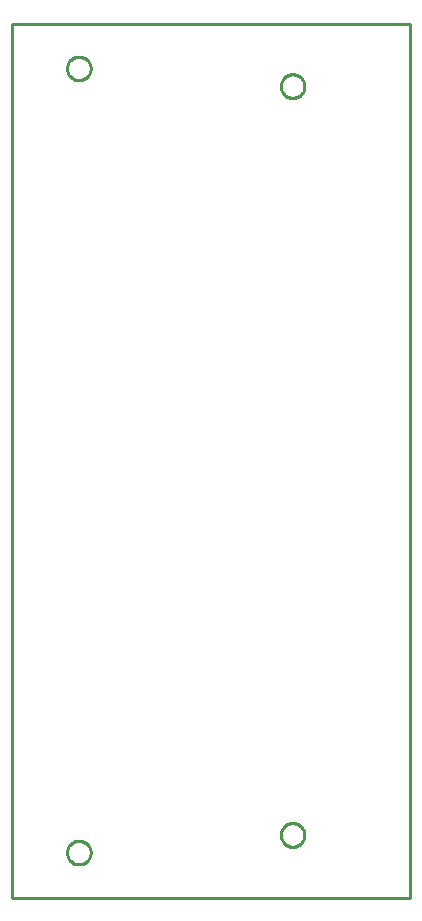
<source format=gbr>
G04 EAGLE Gerber RS-274X export*
G75*
%MOMM*%
%FSLAX34Y34*%
%LPD*%
%IN*%
%IPPOS*%
%AMOC8*
5,1,8,0,0,1.08239X$1,22.5*%
G01*
%ADD10C,0.254000*%


D10*
X-40000Y60000D02*
X297500Y60000D01*
X297500Y800000D01*
X-40000Y800000D01*
X-40000Y60000D01*
X197563Y737000D02*
X196694Y737076D01*
X195834Y737228D01*
X194990Y737454D01*
X194170Y737752D01*
X193378Y738121D01*
X192622Y738558D01*
X191907Y739059D01*
X191238Y739620D01*
X190620Y740238D01*
X190059Y740907D01*
X189558Y741622D01*
X189121Y742378D01*
X188752Y743170D01*
X188454Y743990D01*
X188228Y744834D01*
X188076Y745694D01*
X188000Y746563D01*
X188000Y747437D01*
X188076Y748307D01*
X188228Y749166D01*
X188454Y750010D01*
X188752Y750830D01*
X189121Y751622D01*
X189558Y752378D01*
X190059Y753093D01*
X190620Y753762D01*
X191238Y754380D01*
X191907Y754941D01*
X192622Y755442D01*
X193378Y755879D01*
X194170Y756248D01*
X194990Y756546D01*
X195834Y756772D01*
X196694Y756924D01*
X197563Y757000D01*
X198437Y757000D01*
X199307Y756924D01*
X200166Y756772D01*
X201010Y756546D01*
X201830Y756248D01*
X202622Y755879D01*
X203378Y755442D01*
X204093Y754941D01*
X204762Y754380D01*
X205380Y753762D01*
X205941Y753093D01*
X206442Y752378D01*
X206879Y751622D01*
X207248Y750830D01*
X207546Y750010D01*
X207772Y749166D01*
X207924Y748307D01*
X208000Y747437D01*
X208000Y746563D01*
X207924Y745694D01*
X207772Y744834D01*
X207546Y743990D01*
X207248Y743170D01*
X206879Y742378D01*
X206442Y741622D01*
X205941Y740907D01*
X205380Y740238D01*
X204762Y739620D01*
X204093Y739059D01*
X203378Y738558D01*
X202622Y738121D01*
X201830Y737752D01*
X201010Y737454D01*
X200166Y737228D01*
X199307Y737076D01*
X198437Y737000D01*
X197563Y737000D01*
X16563Y752000D02*
X15694Y752076D01*
X14834Y752228D01*
X13990Y752454D01*
X13170Y752752D01*
X12378Y753121D01*
X11622Y753558D01*
X10907Y754059D01*
X10238Y754620D01*
X9620Y755238D01*
X9059Y755907D01*
X8558Y756622D01*
X8121Y757378D01*
X7752Y758170D01*
X7454Y758990D01*
X7228Y759834D01*
X7076Y760694D01*
X7000Y761563D01*
X7000Y762437D01*
X7076Y763307D01*
X7228Y764166D01*
X7454Y765010D01*
X7752Y765830D01*
X8121Y766622D01*
X8558Y767378D01*
X9059Y768093D01*
X9620Y768762D01*
X10238Y769380D01*
X10907Y769941D01*
X11622Y770442D01*
X12378Y770879D01*
X13170Y771248D01*
X13990Y771546D01*
X14834Y771772D01*
X15694Y771924D01*
X16563Y772000D01*
X17437Y772000D01*
X18307Y771924D01*
X19166Y771772D01*
X20010Y771546D01*
X20830Y771248D01*
X21622Y770879D01*
X22378Y770442D01*
X23093Y769941D01*
X23762Y769380D01*
X24380Y768762D01*
X24941Y768093D01*
X25442Y767378D01*
X25879Y766622D01*
X26248Y765830D01*
X26546Y765010D01*
X26772Y764166D01*
X26924Y763307D01*
X27000Y762437D01*
X27000Y761563D01*
X26924Y760694D01*
X26772Y759834D01*
X26546Y758990D01*
X26248Y758170D01*
X25879Y757378D01*
X25442Y756622D01*
X24941Y755907D01*
X24380Y755238D01*
X23762Y754620D01*
X23093Y754059D01*
X22378Y753558D01*
X21622Y753121D01*
X20830Y752752D01*
X20010Y752454D01*
X19166Y752228D01*
X18307Y752076D01*
X17437Y752000D01*
X16563Y752000D01*
X197563Y103000D02*
X196694Y103076D01*
X195834Y103228D01*
X194990Y103454D01*
X194170Y103752D01*
X193378Y104121D01*
X192622Y104558D01*
X191907Y105059D01*
X191238Y105620D01*
X190620Y106238D01*
X190059Y106907D01*
X189558Y107622D01*
X189121Y108378D01*
X188752Y109170D01*
X188454Y109990D01*
X188228Y110834D01*
X188076Y111694D01*
X188000Y112563D01*
X188000Y113437D01*
X188076Y114307D01*
X188228Y115166D01*
X188454Y116010D01*
X188752Y116830D01*
X189121Y117622D01*
X189558Y118378D01*
X190059Y119093D01*
X190620Y119762D01*
X191238Y120380D01*
X191907Y120941D01*
X192622Y121442D01*
X193378Y121879D01*
X194170Y122248D01*
X194990Y122546D01*
X195834Y122772D01*
X196694Y122924D01*
X197563Y123000D01*
X198437Y123000D01*
X199307Y122924D01*
X200166Y122772D01*
X201010Y122546D01*
X201830Y122248D01*
X202622Y121879D01*
X203378Y121442D01*
X204093Y120941D01*
X204762Y120380D01*
X205380Y119762D01*
X205941Y119093D01*
X206442Y118378D01*
X206879Y117622D01*
X207248Y116830D01*
X207546Y116010D01*
X207772Y115166D01*
X207924Y114307D01*
X208000Y113437D01*
X208000Y112563D01*
X207924Y111694D01*
X207772Y110834D01*
X207546Y109990D01*
X207248Y109170D01*
X206879Y108378D01*
X206442Y107622D01*
X205941Y106907D01*
X205380Y106238D01*
X204762Y105620D01*
X204093Y105059D01*
X203378Y104558D01*
X202622Y104121D01*
X201830Y103752D01*
X201010Y103454D01*
X200166Y103228D01*
X199307Y103076D01*
X198437Y103000D01*
X197563Y103000D01*
X16563Y88000D02*
X15694Y88076D01*
X14834Y88228D01*
X13990Y88454D01*
X13170Y88752D01*
X12378Y89121D01*
X11622Y89558D01*
X10907Y90059D01*
X10238Y90620D01*
X9620Y91238D01*
X9059Y91907D01*
X8558Y92622D01*
X8121Y93378D01*
X7752Y94170D01*
X7454Y94990D01*
X7228Y95834D01*
X7076Y96694D01*
X7000Y97563D01*
X7000Y98437D01*
X7076Y99307D01*
X7228Y100166D01*
X7454Y101010D01*
X7752Y101830D01*
X8121Y102622D01*
X8558Y103378D01*
X9059Y104093D01*
X9620Y104762D01*
X10238Y105380D01*
X10907Y105941D01*
X11622Y106442D01*
X12378Y106879D01*
X13170Y107248D01*
X13990Y107546D01*
X14834Y107772D01*
X15694Y107924D01*
X16563Y108000D01*
X17437Y108000D01*
X18307Y107924D01*
X19166Y107772D01*
X20010Y107546D01*
X20830Y107248D01*
X21622Y106879D01*
X22378Y106442D01*
X23093Y105941D01*
X23762Y105380D01*
X24380Y104762D01*
X24941Y104093D01*
X25442Y103378D01*
X25879Y102622D01*
X26248Y101830D01*
X26546Y101010D01*
X26772Y100166D01*
X26924Y99307D01*
X27000Y98437D01*
X27000Y97563D01*
X26924Y96694D01*
X26772Y95834D01*
X26546Y94990D01*
X26248Y94170D01*
X25879Y93378D01*
X25442Y92622D01*
X24941Y91907D01*
X24380Y91238D01*
X23762Y90620D01*
X23093Y90059D01*
X22378Y89558D01*
X21622Y89121D01*
X20830Y88752D01*
X20010Y88454D01*
X19166Y88228D01*
X18307Y88076D01*
X17437Y88000D01*
X16563Y88000D01*
M02*

</source>
